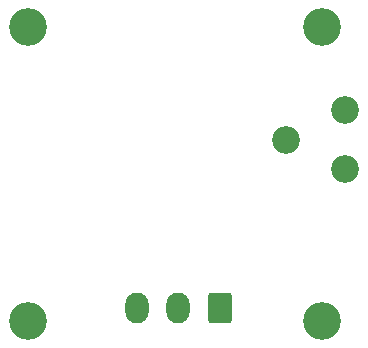
<source format=gbr>
%TF.GenerationSoftware,KiCad,Pcbnew,8.0.1*%
%TF.CreationDate,2024-05-29T15:36:32+02:00*%
%TF.ProjectId,TargetHitDetector,54617267-6574-4486-9974-446574656374,rev?*%
%TF.SameCoordinates,Original*%
%TF.FileFunction,Soldermask,Bot*%
%TF.FilePolarity,Negative*%
%FSLAX46Y46*%
G04 Gerber Fmt 4.6, Leading zero omitted, Abs format (unit mm)*
G04 Created by KiCad (PCBNEW 8.0.1) date 2024-05-29 15:36:32*
%MOMM*%
%LPD*%
G01*
G04 APERTURE LIST*
G04 Aperture macros list*
%AMRoundRect*
0 Rectangle with rounded corners*
0 $1 Rounding radius*
0 $2 $3 $4 $5 $6 $7 $8 $9 X,Y pos of 4 corners*
0 Add a 4 corners polygon primitive as box body*
4,1,4,$2,$3,$4,$5,$6,$7,$8,$9,$2,$3,0*
0 Add four circle primitives for the rounded corners*
1,1,$1+$1,$2,$3*
1,1,$1+$1,$4,$5*
1,1,$1+$1,$6,$7*
1,1,$1+$1,$8,$9*
0 Add four rect primitives between the rounded corners*
20,1,$1+$1,$2,$3,$4,$5,0*
20,1,$1+$1,$4,$5,$6,$7,0*
20,1,$1+$1,$6,$7,$8,$9,0*
20,1,$1+$1,$8,$9,$2,$3,0*%
G04 Aperture macros list end*
%ADD10C,3.200000*%
%ADD11RoundRect,0.250000X0.750000X1.050000X-0.750000X1.050000X-0.750000X-1.050000X0.750000X-1.050000X0*%
%ADD12O,2.000000X2.600000*%
%ADD13C,2.340000*%
G04 APERTURE END LIST*
D10*
%TO.C,REF\u002A\u002A*%
X133500000Y-86600000D03*
%TD*%
%TO.C,REF\u002A\u002A*%
X158400000Y-86600000D03*
%TD*%
%TO.C,REF\u002A\u002A*%
X158400000Y-111500000D03*
%TD*%
%TO.C,REF\u002A\u002A*%
X133500000Y-111500000D03*
%TD*%
D11*
%TO.C,J1*%
X149750000Y-110400000D03*
D12*
X146250000Y-110400000D03*
X142750000Y-110400000D03*
%TD*%
D13*
%TO.C,RV1*%
X160400000Y-98675000D03*
X155400000Y-96175000D03*
X160400000Y-93675000D03*
%TD*%
M02*

</source>
